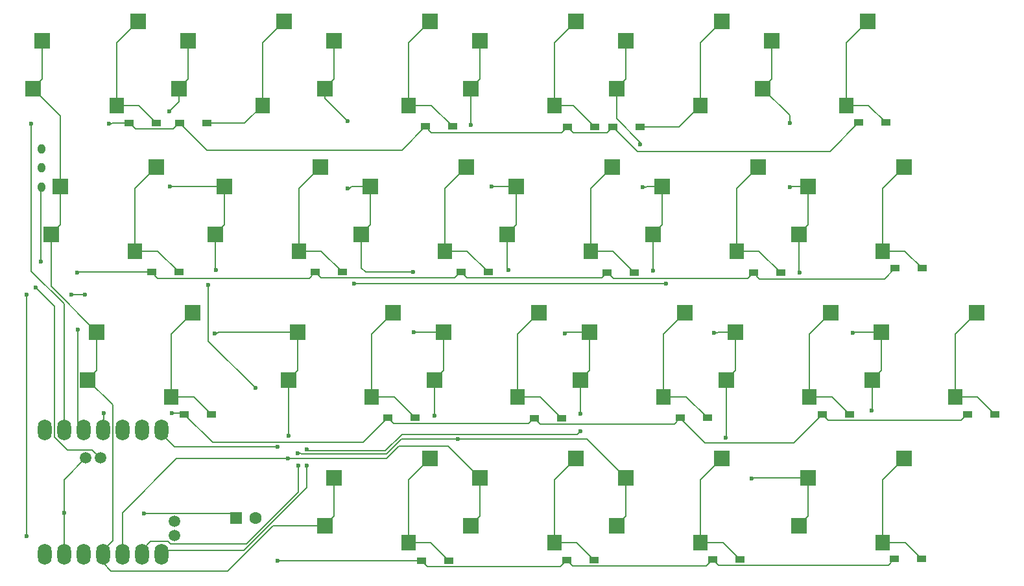
<source format=gbr>
%TF.GenerationSoftware,KiCad,Pcbnew,8.0.7*%
%TF.CreationDate,2025-01-20T20:00:10+09:00*%
%TF.ProjectId,cool937tb_L,636f6f6c-3933-4377-9462-5f4c2e6b6963,rev?*%
%TF.SameCoordinates,Original*%
%TF.FileFunction,Copper,L2,Bot*%
%TF.FilePolarity,Positive*%
%FSLAX46Y46*%
G04 Gerber Fmt 4.6, Leading zero omitted, Abs format (unit mm)*
G04 Created by KiCad (PCBNEW 8.0.7) date 2025-01-20 20:00:10*
%MOMM*%
%LPD*%
G01*
G04 APERTURE LIST*
%TA.AperFunction,SMDPad,CuDef*%
%ADD10R,2.000000X2.000000*%
%TD*%
%TA.AperFunction,SMDPad,CuDef*%
%ADD11R,1.900000X2.000000*%
%TD*%
%TA.AperFunction,SMDPad,CuDef*%
%ADD12R,1.300000X0.950000*%
%TD*%
%TA.AperFunction,ComponentPad*%
%ADD13O,1.000000X1.300000*%
%TD*%
%TA.AperFunction,ComponentPad*%
%ADD14R,1.600000X1.600000*%
%TD*%
%TA.AperFunction,ComponentPad*%
%ADD15C,1.600000*%
%TD*%
%TA.AperFunction,ComponentPad*%
%ADD16O,1.800000X2.750000*%
%TD*%
%TA.AperFunction,ComponentPad*%
%ADD17C,1.500000*%
%TD*%
%TA.AperFunction,ViaPad*%
%ADD18C,0.600000*%
%TD*%
%TA.AperFunction,Conductor*%
%ADD19C,0.200000*%
%TD*%
G04 APERTURE END LIST*
D10*
%TO.P,SW22,1,1*%
%TO.N,Col5*%
X101437500Y-41800000D03*
X102637500Y-35560000D03*
D11*
%TO.P,SW22,2,2*%
%TO.N,Net-(D22-A)*%
X112337500Y-44000000D03*
D10*
X115137500Y-33020000D03*
%TD*%
D12*
%TO.P,D1,1,K*%
%TO.N,Row0*%
X4475000Y-8220000D03*
%TO.P,D1,2,A*%
%TO.N,Net-(D1-A)*%
X8025000Y-8220000D03*
%TD*%
D10*
%TO.P,SW14,1,1*%
%TO.N,Col3*%
X53812500Y-22750000D03*
X55012500Y-16510000D03*
D11*
%TO.P,SW14,2,2*%
%TO.N,Net-(D14-A)*%
X64712500Y-24950000D03*
D10*
X67512500Y-13970000D03*
%TD*%
D12*
%TO.P,D19,1,K*%
%TO.N,Row2*%
X94975000Y-46330000D03*
%TO.P,D19,2,A*%
%TO.N,Net-(D19-A)*%
X98525000Y-46330000D03*
%TD*%
D13*
%TO.P,SW23,1,A*%
%TO.N,Net-(J1-Pin_2)*%
X-6990000Y-16600000D03*
%TO.P,SW23,2,B*%
%TO.N,Bat*%
X-6990000Y-14100000D03*
%TO.P,SW23,3,C*%
%TO.N,unconnected-(SW23-C-Pad3)*%
X-6990000Y-11600000D03*
%TD*%
D10*
%TO.P,SW18,1,1*%
%TO.N,Col4*%
X72862500Y-22750000D03*
X74062500Y-16510000D03*
D11*
%TO.P,SW18,2,2*%
%TO.N,Net-(D18-A)*%
X83762500Y-24950000D03*
D10*
X86562500Y-13970000D03*
%TD*%
%TO.P,SW12,1,1*%
%TO.N,Col2*%
X68100000Y-60850000D03*
X69300000Y-54610000D03*
D11*
%TO.P,SW12,2,2*%
%TO.N,Net-(D12-A)*%
X79000000Y-63050000D03*
D10*
X81800000Y-52070000D03*
%TD*%
D12*
%TO.P,D6,1,K*%
%TO.N,Row1*%
X28765000Y-27720000D03*
%TO.P,D6,2,A*%
%TO.N,Net-(D6-A)*%
X32315000Y-27720000D03*
%TD*%
%TO.P,D13,1,K*%
%TO.N,Row0*%
X61655000Y-8690000D03*
%TO.P,D13,2,A*%
%TO.N,Net-(D13-A)*%
X65205000Y-8690000D03*
%TD*%
D10*
%TO.P,SW19,1,1*%
%TO.N,Col4*%
X82387500Y-41800000D03*
X83587500Y-35560000D03*
D11*
%TO.P,SW19,2,2*%
%TO.N,Net-(D19-A)*%
X93287500Y-44000000D03*
D10*
X96087500Y-33020000D03*
%TD*%
%TO.P,SW1,1,1*%
%TO.N,Col0*%
X-8100000Y-3700000D03*
X-6900000Y2540000D03*
D11*
%TO.P,SW1,2,2*%
%TO.N,Net-(D1-A)*%
X2800000Y-5900000D03*
D10*
X5600000Y5080000D03*
%TD*%
D12*
%TO.P,D10,1,K*%
%TO.N,Row1*%
X47775000Y-27690000D03*
%TO.P,D10,2,A*%
%TO.N,Net-(D10-A)*%
X51325000Y-27690000D03*
%TD*%
D10*
%TO.P,SW13,1,1*%
%TO.N,Col3*%
X49050000Y-3700000D03*
X50250000Y2540000D03*
D11*
%TO.P,SW13,2,2*%
%TO.N,Net-(D13-A)*%
X59950000Y-5900000D03*
D10*
X62750000Y5080000D03*
%TD*%
D14*
%TO.P,J1,1,Pin_1*%
%TO.N,GND*%
X18450000Y-59900000D03*
D15*
%TO.P,J1,2,Pin_2*%
%TO.N,Net-(J1-Pin_2)*%
X20970000Y-59900000D03*
%TD*%
D12*
%TO.P,D22,1,K*%
%TO.N,Row2*%
X113935000Y-46280000D03*
%TO.P,D22,2,A*%
%TO.N,Net-(D22-A)*%
X117485000Y-46280000D03*
%TD*%
D10*
%TO.P,SW10,1,1*%
%TO.N,Col2*%
X34762500Y-22750000D03*
X35962500Y-16510000D03*
D11*
%TO.P,SW10,2,2*%
%TO.N,Net-(D10-A)*%
X45662500Y-24950000D03*
D10*
X48462500Y-13970000D03*
%TD*%
D12*
%TO.P,D20,1,K*%
%TO.N,Row3*%
X104380000Y-65230000D03*
%TO.P,D20,2,A*%
%TO.N,Net-(D20-A)*%
X107930000Y-65230000D03*
%TD*%
%TO.P,D14,1,K*%
%TO.N,Row1*%
X66885000Y-27760000D03*
%TO.P,D14,2,A*%
%TO.N,Net-(D14-A)*%
X70435000Y-27760000D03*
%TD*%
%TO.P,D11,1,K*%
%TO.N,Row2*%
X57325000Y-46790000D03*
%TO.P,D11,2,A*%
%TO.N,Net-(D11-A)*%
X60875000Y-46790000D03*
%TD*%
D10*
%TO.P,SW9,1,1*%
%TO.N,Col2*%
X30000000Y-3700000D03*
X31200000Y2540000D03*
D11*
%TO.P,SW9,2,2*%
%TO.N,Net-(D9-A)*%
X40900000Y-5900000D03*
D10*
X43700000Y5080000D03*
%TD*%
D12*
%TO.P,D8,1,K*%
%TO.N,Row3*%
X61605000Y-65360000D03*
%TO.P,D8,2,A*%
%TO.N,Net-(D8-A)*%
X65155000Y-65360000D03*
%TD*%
D10*
%TO.P,SW15,1,1*%
%TO.N,Col3*%
X63337500Y-41800000D03*
X64537500Y-35560000D03*
D11*
%TO.P,SW15,2,2*%
%TO.N,Net-(D15-A)*%
X74237500Y-44000000D03*
D10*
X77037500Y-33020000D03*
%TD*%
%TO.P,SW20,1,1*%
%TO.N,Col4*%
X91900000Y-60850000D03*
X93100000Y-54610000D03*
D11*
%TO.P,SW20,2,2*%
%TO.N,Net-(D20-A)*%
X102800000Y-63050000D03*
D10*
X105600000Y-52070000D03*
%TD*%
%TO.P,SW11,1,1*%
%TO.N,Col2*%
X44287500Y-41800000D03*
X45487500Y-35560000D03*
D11*
%TO.P,SW11,2,2*%
%TO.N,Net-(D11-A)*%
X55187500Y-44000000D03*
D10*
X57987500Y-33020000D03*
%TD*%
%TO.P,SW16,1,1*%
%TO.N,Col5*%
X87150000Y-3700000D03*
X88350000Y2540000D03*
D11*
%TO.P,SW16,2,2*%
%TO.N,Net-(D16-A)*%
X98050000Y-5900000D03*
D10*
X100850000Y5080000D03*
%TD*%
D12*
%TO.P,D15,1,K*%
%TO.N,Row2*%
X76405000Y-46770000D03*
%TO.P,D15,2,A*%
%TO.N,Net-(D15-A)*%
X79955000Y-46770000D03*
%TD*%
D10*
%TO.P,SW5,1,1*%
%TO.N,Col1*%
X10950000Y-3700000D03*
X12150000Y2540000D03*
D11*
%TO.P,SW5,2,2*%
%TO.N,Net-(D5-A)*%
X21850000Y-5900000D03*
D10*
X24650000Y5080000D03*
%TD*%
D12*
%TO.P,D3,1,K*%
%TO.N,Row2*%
X11645000Y-46300000D03*
%TO.P,D3,2,A*%
%TO.N,Net-(D3-A)*%
X15195000Y-46300000D03*
%TD*%
D10*
%TO.P,SW4,1,1*%
%TO.N,Col0*%
X30000000Y-60850000D03*
X31200000Y-54610000D03*
D11*
%TO.P,SW4,2,2*%
%TO.N,Net-(D4-A)*%
X40900000Y-63050000D03*
D10*
X43700000Y-52070000D03*
%TD*%
%TO.P,SW17,1,1*%
%TO.N,Col4*%
X68100000Y-3700000D03*
X69300000Y2540000D03*
D11*
%TO.P,SW17,2,2*%
%TO.N,Net-(D17-A)*%
X79000000Y-5900000D03*
D10*
X81800000Y5080000D03*
%TD*%
D12*
%TO.P,D12,1,K*%
%TO.N,Row3*%
X80635000Y-65260000D03*
%TO.P,D12,2,A*%
%TO.N,Net-(D12-A)*%
X84185000Y-65260000D03*
%TD*%
%TO.P,D5,1,K*%
%TO.N,Row0*%
X11025000Y-8210000D03*
%TO.P,D5,2,A*%
%TO.N,Net-(D5-A)*%
X14575000Y-8210000D03*
%TD*%
%TO.P,D18,1,K*%
%TO.N,Row1*%
X85975000Y-27810000D03*
%TO.P,D18,2,A*%
%TO.N,Net-(D18-A)*%
X89525000Y-27810000D03*
%TD*%
D10*
%TO.P,SW6,1,1*%
%TO.N,Col1*%
X15712500Y-22750000D03*
X16912500Y-16510000D03*
D11*
%TO.P,SW6,2,2*%
%TO.N,Net-(D6-A)*%
X26612500Y-24950000D03*
D10*
X29412500Y-13970000D03*
%TD*%
%TO.P,SW21,1,1*%
%TO.N,Col5*%
X91912500Y-22750000D03*
X93112500Y-16510000D03*
D11*
%TO.P,SW21,2,2*%
%TO.N,Net-(D21-A)*%
X102812500Y-24950000D03*
D10*
X105612500Y-13970000D03*
%TD*%
%TO.P,SW3,1,1*%
%TO.N,Col0*%
X-956250Y-41800000D03*
X243750Y-35560000D03*
D11*
%TO.P,SW3,2,2*%
%TO.N,Net-(D3-A)*%
X9943750Y-44000000D03*
D10*
X12743750Y-33020000D03*
%TD*%
D12*
%TO.P,D4,1,K*%
%TO.N,Row3*%
X42615000Y-65420000D03*
%TO.P,D4,2,A*%
%TO.N,Net-(D4-A)*%
X46165000Y-65420000D03*
%TD*%
D10*
%TO.P,SW2,1,1*%
%TO.N,Col0*%
X-5718750Y-22750000D03*
X-4518750Y-16510000D03*
D11*
%TO.P,SW2,2,2*%
%TO.N,Net-(D2-A)*%
X5181250Y-24950000D03*
D10*
X7981250Y-13970000D03*
%TD*%
D12*
%TO.P,D16,1,K*%
%TO.N,Row0*%
X99705000Y-8160000D03*
%TO.P,D16,2,A*%
%TO.N,Net-(D16-A)*%
X103255000Y-8160000D03*
%TD*%
%TO.P,D2,1,K*%
%TO.N,Row1*%
X7375000Y-27730000D03*
%TO.P,D2,2,A*%
%TO.N,Net-(D2-A)*%
X10925000Y-27730000D03*
%TD*%
%TO.P,D21,1,K*%
%TO.N,Row1*%
X104455000Y-27210000D03*
%TO.P,D21,2,A*%
%TO.N,Net-(D21-A)*%
X108005000Y-27210000D03*
%TD*%
D10*
%TO.P,SW8,1,1*%
%TO.N,Col1*%
X49050000Y-60850000D03*
X50250000Y-54610000D03*
D11*
%TO.P,SW8,2,2*%
%TO.N,Net-(D8-A)*%
X59950000Y-63050000D03*
D10*
X62750000Y-52070000D03*
%TD*%
D12*
%TO.P,D17,1,K*%
%TO.N,Row0*%
X67595000Y-8700000D03*
%TO.P,D17,2,A*%
%TO.N,Net-(D17-A)*%
X71145000Y-8700000D03*
%TD*%
%TO.P,D9,1,K*%
%TO.N,Row0*%
X43145000Y-8680000D03*
%TO.P,D9,2,A*%
%TO.N,Net-(D9-A)*%
X46695000Y-8680000D03*
%TD*%
D10*
%TO.P,SW7,1,1*%
%TO.N,Col1*%
X25237500Y-41800000D03*
X26437500Y-35560000D03*
D11*
%TO.P,SW7,2,2*%
%TO.N,Net-(D7-A)*%
X36137500Y-44000000D03*
D10*
X38937500Y-33020000D03*
%TD*%
D12*
%TO.P,D7,1,K*%
%TO.N,Row2*%
X38245000Y-46760000D03*
%TO.P,D7,2,A*%
%TO.N,Net-(D7-A)*%
X41795000Y-46760000D03*
%TD*%
D16*
%TO.P,U1,1,P0.02_A0_D0*%
%TO.N,RE_B*%
X-6600000Y-48350000D03*
%TO.P,U1,2,P0.03_A1_D1*%
%TO.N,Row0*%
X-4060000Y-48350000D03*
%TO.P,U1,3,P0.28_A2_D2*%
%TO.N,Row1*%
X-1520000Y-48350000D03*
%TO.P,U1,4,P0.29_A3_D3*%
%TO.N,Row2*%
X1020000Y-48350000D03*
%TO.P,U1,5,P0.04_A4_D4_SDA*%
%TO.N,unconnected-(U1-P0.04_A4_D4_SDA-Pad5)*%
X3560000Y-48350000D03*
%TO.P,U1,6,P0.05_A5_D5_SCL*%
%TO.N,RE_A1*%
X6100000Y-48350000D03*
%TO.P,U1,7,P1.11_D6_TX*%
%TO.N,Row3*%
X8640000Y-48350000D03*
%TO.P,U1,8,P1.12_D7_RX*%
%TO.N,Col3*%
X8640000Y-64590000D03*
%TO.P,U1,9,P1.13_D8_SCK*%
%TO.N,Col2*%
X6100000Y-64590000D03*
%TO.P,U1,10,P1.14_D9_MISO*%
%TO.N,Col1*%
X3560000Y-64590000D03*
%TO.P,U1,11,P1.15_D10_MOSI*%
%TO.N,Col0*%
X1020000Y-64590000D03*
%TO.P,U1,12,3V3*%
%TO.N,unconnected-(U1-3V3-Pad12)*%
X-1520000Y-64590000D03*
%TO.P,U1,13,GND*%
%TO.N,GND*%
X-4060000Y-64590000D03*
%TO.P,U1,14,5V*%
%TO.N,VCC*%
X-6600000Y-64590000D03*
D17*
%TO.P,U1,15,NFC1_0.09*%
%TO.N,Col5*%
X10332000Y-60305400D03*
%TO.P,U1,16,NFC2_0.10*%
%TO.N,Col4*%
X10332000Y-62185000D03*
%TO.P,U1,20,BATT+*%
%TO.N,Bat*%
X703000Y-52025000D03*
%TO.P,U1,21,BATT-*%
%TO.N,GND*%
X-1202000Y-52025000D03*
%TD*%
D18*
%TO.N,Col2*%
X41520000Y-27710000D03*
%TO.N,GND*%
X-4060000Y-59170000D03*
X6420000Y-59240000D03*
%TO.N,Bat*%
X-7770000Y-29690000D03*
%TO.N,Row0*%
X-8320000Y-8280000D03*
X1830000Y-8290000D03*
%TO.N,Row1*%
X-2300000Y-27740000D03*
X-2250000Y-35190000D03*
%TO.N,Row2*%
X1160000Y-46170000D03*
X10000000Y-46170000D03*
%TO.N,Row3*%
X23870000Y-65420000D03*
X23840000Y-50590000D03*
%TO.N,Col1*%
X9820000Y-16530000D03*
X25180000Y-52080000D03*
X25260000Y-49080000D03*
X9690000Y-6720000D03*
X15770000Y-27460000D03*
X15590000Y-35760000D03*
%TO.N,Col2*%
X44290000Y-46480000D03*
X33010000Y-7990000D03*
X26510000Y-52980000D03*
X26490000Y-51380000D03*
X47380000Y-49560000D03*
X32960000Y-16770000D03*
X41630000Y-35530000D03*
%TO.N,Col3*%
X51750000Y-16520000D03*
X53950000Y-27420000D03*
X63400000Y-48500000D03*
X63370000Y-46240000D03*
X61350000Y-35730000D03*
X49080000Y-8450000D03*
X27640000Y-50870000D03*
X27640000Y-52970000D03*
%TO.N,Col4*%
X72870000Y-27530000D03*
X74585000Y-29245000D03*
X82320000Y-49370000D03*
X-1290000Y-30640000D03*
X80800000Y-35640000D03*
X85720000Y-54670000D03*
X33810000Y-29230000D03*
X-8920000Y-30670000D03*
X-8900000Y-62200000D03*
X71190000Y-10980000D03*
X-3060000Y-30640000D03*
X71530000Y-16610000D03*
%TO.N,Col5*%
X98890000Y-35670000D03*
X90690000Y-8230000D03*
X90730000Y-16580000D03*
X101370000Y-45820000D03*
X92010000Y-27770000D03*
%TO.N,Net-(J1-Pin_2)*%
X14810000Y-29360000D03*
X20970000Y-42890000D03*
X-7090000Y-26350000D03*
%TD*%
D19*
%TO.N,Col2*%
X35320000Y-27710000D02*
X41520000Y-27710000D01*
X34762500Y-27152500D02*
X35320000Y-27710000D01*
X34762500Y-22750000D02*
X34762500Y-26450000D01*
X34762500Y-26450000D02*
X34762500Y-27152500D01*
%TO.N,GND*%
X-4060000Y-64090000D02*
X-4060000Y-59170000D01*
X17805400Y-59255400D02*
X6435400Y-59255400D01*
X6435400Y-59255400D02*
X6420000Y-59240000D01*
X18450000Y-59900000D02*
X17805400Y-59255400D01*
X-4060000Y-59170000D02*
X-4060000Y-54883000D01*
%TO.N,Col0*%
X1020000Y-64090000D02*
X1020000Y-65740000D01*
X17292692Y-66830000D02*
X23272692Y-60850000D01*
X1020000Y-65740000D02*
X2110000Y-66830000D01*
X2110000Y-66830000D02*
X17292692Y-66830000D01*
X23272692Y-60850000D02*
X30000000Y-60850000D01*
%TO.N,Bat*%
X-7770000Y-29690000D02*
X-5260000Y-32200000D01*
X-5260000Y-32200000D02*
X-5260000Y-49322056D01*
X-5260000Y-49322056D02*
X-3607056Y-50975000D01*
X-3607056Y-50975000D02*
X-347000Y-50975000D01*
X-347000Y-50975000D02*
X703000Y-52025000D01*
%TO.N,Net-(D1-A)*%
X5705000Y-5900000D02*
X2800000Y-5900000D01*
X5600000Y5080000D02*
X2800000Y2280000D01*
X8025000Y-8220000D02*
X5705000Y-5900000D01*
X2800000Y2280000D02*
X2800000Y-5900000D01*
%TO.N,Row0*%
X10240000Y-8995000D02*
X11025000Y-8210000D01*
X62430000Y-9465000D02*
X66830000Y-9465000D01*
X70805000Y-11910000D02*
X95955000Y-11910000D01*
X67595000Y-8700000D02*
X70805000Y-11910000D01*
X-4060000Y-31840000D02*
X-8320000Y-27580000D01*
X1830000Y-8290000D02*
X2190000Y-8290000D01*
X43145000Y-8680000D02*
X43140000Y-8680000D01*
X5250000Y-8995000D02*
X10240000Y-8995000D01*
X-8320000Y-27580000D02*
X-8320000Y-8280000D01*
X60890000Y-9455000D02*
X43920000Y-9455000D01*
X14575000Y-11760000D02*
X11025000Y-8210000D01*
X2190000Y-8290000D02*
X2260000Y-8220000D01*
X61655000Y-8690000D02*
X60890000Y-9455000D01*
X61655000Y-8690000D02*
X62430000Y-9465000D01*
X43140000Y-8680000D02*
X40060000Y-11760000D01*
X40060000Y-11760000D02*
X14575000Y-11760000D01*
X-4060000Y-48850000D02*
X-4060000Y-31840000D01*
X2260000Y-8220000D02*
X4475000Y-8220000D01*
X4475000Y-8220000D02*
X5250000Y-8995000D01*
X43920000Y-9455000D02*
X43145000Y-8680000D01*
X95955000Y-11910000D02*
X99705000Y-8160000D01*
X66830000Y-9465000D02*
X67595000Y-8700000D01*
%TO.N,Net-(D2-A)*%
X8145000Y-24950000D02*
X10925000Y-27730000D01*
X5181250Y-24950000D02*
X8145000Y-24950000D01*
X7981250Y-13970000D02*
X5181250Y-16770000D01*
X5181250Y-16770000D02*
X5181250Y-24950000D01*
%TO.N,Row1*%
X67660000Y-28535000D02*
X85250000Y-28535000D01*
X66180000Y-28465000D02*
X66885000Y-27760000D01*
X-2300000Y-27740000D02*
X-2290000Y-27730000D01*
X-2290000Y-27730000D02*
X7375000Y-27730000D01*
X-1520000Y-48850000D02*
X-2256250Y-48113750D01*
X86750000Y-28585000D02*
X85975000Y-27810000D01*
X66885000Y-27760000D02*
X67660000Y-28535000D01*
X103080000Y-28585000D02*
X86750000Y-28585000D01*
X28765000Y-27720000D02*
X29540000Y-28495000D01*
X46970000Y-28495000D02*
X47775000Y-27690000D01*
X-2256250Y-48453750D02*
X-1590000Y-49120000D01*
X47775000Y-27690000D02*
X48550000Y-28465000D01*
X104455000Y-27210000D02*
X103080000Y-28585000D01*
X27980000Y-28505000D02*
X28765000Y-27720000D01*
X-2256250Y-35196250D02*
X-2250000Y-35190000D01*
X8150000Y-28505000D02*
X27980000Y-28505000D01*
X48550000Y-28465000D02*
X66180000Y-28465000D01*
X85250000Y-28535000D02*
X85975000Y-27810000D01*
X29540000Y-28495000D02*
X46970000Y-28495000D01*
X7375000Y-27730000D02*
X8150000Y-28505000D01*
X-2256250Y-48113750D02*
X-2256250Y-35196250D01*
%TO.N,Net-(D3-A)*%
X12743750Y-33020000D02*
X9943750Y-35820000D01*
X9943750Y-35820000D02*
X9943750Y-44000000D01*
X9943750Y-44000000D02*
X12895000Y-44000000D01*
X12895000Y-44000000D02*
X15195000Y-46300000D01*
%TO.N,Row2*%
X76577500Y-46942500D02*
X76405000Y-46770000D01*
X91255000Y-50050000D02*
X79670000Y-50050000D01*
X76577500Y-46957500D02*
X76577500Y-46942500D01*
X15335000Y-49990000D02*
X11645000Y-46300000D01*
X113110000Y-47105000D02*
X95750000Y-47105000D01*
X113935000Y-46280000D02*
X113110000Y-47105000D01*
X94975000Y-46330000D02*
X91255000Y-50050000D01*
X79670000Y-50050000D02*
X76577500Y-46957500D01*
X95750000Y-47105000D02*
X94975000Y-46330000D01*
X11515000Y-46170000D02*
X11645000Y-46300000D01*
X39020000Y-47535000D02*
X38245000Y-46760000D01*
X1160000Y-48710000D02*
X1020000Y-48850000D01*
X57325000Y-46790000D02*
X56580000Y-47535000D01*
X1160000Y-48910000D02*
X950000Y-49120000D01*
X75610000Y-47565000D02*
X58100000Y-47565000D01*
X58100000Y-47565000D02*
X57325000Y-46790000D01*
X10000000Y-46170000D02*
X11515000Y-46170000D01*
X76405000Y-46770000D02*
X75610000Y-47565000D01*
X35015000Y-49990000D02*
X15335000Y-49990000D01*
X38245000Y-46760000D02*
X35015000Y-49990000D01*
X56580000Y-47535000D02*
X39020000Y-47535000D01*
X1160000Y-46170000D02*
X1160000Y-48710000D01*
%TO.N,Net-(D4-A)*%
X40900000Y-54870000D02*
X40900000Y-63050000D01*
X40900000Y-63050000D02*
X43795000Y-63050000D01*
X43700000Y-52070000D02*
X40900000Y-54870000D01*
X43795000Y-63050000D02*
X46165000Y-65420000D01*
%TO.N,Row3*%
X103575000Y-66035000D02*
X81410000Y-66035000D01*
X62380000Y-66135000D02*
X61605000Y-65360000D01*
X104380000Y-65230000D02*
X103575000Y-66035000D01*
X60770000Y-66195000D02*
X43390000Y-66195000D01*
X10380000Y-50590000D02*
X23840000Y-50590000D01*
X43390000Y-66195000D02*
X42615000Y-65420000D01*
X80635000Y-65260000D02*
X79760000Y-66135000D01*
X79760000Y-66135000D02*
X62380000Y-66135000D01*
X61605000Y-65360000D02*
X60770000Y-66195000D01*
X81410000Y-66035000D02*
X80635000Y-65260000D01*
X8640000Y-48850000D02*
X10380000Y-50590000D01*
X23870000Y-65420000D02*
X42615000Y-65420000D01*
%TO.N,Net-(D5-A)*%
X21850000Y-5900000D02*
X19540000Y-8210000D01*
X21850000Y2280000D02*
X21850000Y-5900000D01*
X24650000Y5080000D02*
X21850000Y2280000D01*
X19540000Y-8210000D02*
X14575000Y-8210000D01*
%TO.N,Net-(D6-A)*%
X26612500Y-16770000D02*
X26612500Y-24950000D01*
X29412500Y-13970000D02*
X26612500Y-16770000D01*
X29545000Y-24950000D02*
X32315000Y-27720000D01*
X26612500Y-24950000D02*
X29545000Y-24950000D01*
%TO.N,Net-(D7-A)*%
X38937500Y-33020000D02*
X36137500Y-35820000D01*
X36137500Y-44000000D02*
X39035000Y-44000000D01*
X39035000Y-44000000D02*
X41795000Y-46760000D01*
X36137500Y-35820000D02*
X36137500Y-44000000D01*
%TO.N,Net-(D8-A)*%
X62750000Y-52070000D02*
X59950000Y-54870000D01*
X59950000Y-63050000D02*
X62845000Y-63050000D01*
X59950000Y-54870000D02*
X59950000Y-63050000D01*
X62845000Y-63050000D02*
X65155000Y-65360000D01*
%TO.N,Net-(D9-A)*%
X40900000Y2280000D02*
X40900000Y-5900000D01*
X43700000Y5080000D02*
X40900000Y2280000D01*
X43915000Y-5900000D02*
X46695000Y-8680000D01*
X40900000Y-5900000D02*
X43915000Y-5900000D01*
%TO.N,Net-(D10-A)*%
X48462500Y-13970000D02*
X45662500Y-16770000D01*
X48585000Y-24950000D02*
X51325000Y-27690000D01*
X45662500Y-24950000D02*
X48585000Y-24950000D01*
X45662500Y-16770000D02*
X45662500Y-24950000D01*
%TO.N,Net-(D11-A)*%
X55187500Y-44000000D02*
X58085000Y-44000000D01*
X55187500Y-35820000D02*
X55187500Y-44000000D01*
X58085000Y-44000000D02*
X60875000Y-46790000D01*
X57987500Y-33020000D02*
X55187500Y-35820000D01*
%TO.N,Net-(D12-A)*%
X81800000Y-52070000D02*
X79000000Y-54870000D01*
X79000000Y-54870000D02*
X79000000Y-63050000D01*
X81975000Y-63050000D02*
X79000000Y-63050000D01*
X84185000Y-65260000D02*
X81975000Y-63050000D01*
%TO.N,Net-(D13-A)*%
X62750000Y5080000D02*
X59950000Y2280000D01*
X59950000Y-5900000D02*
X62415000Y-5900000D01*
X62415000Y-5900000D02*
X65205000Y-8690000D01*
X59950000Y2280000D02*
X59950000Y-5900000D01*
%TO.N,Net-(D14-A)*%
X67512500Y-13970000D02*
X64712500Y-16770000D01*
X67625000Y-24950000D02*
X70435000Y-27760000D01*
X64712500Y-24950000D02*
X67625000Y-24950000D01*
X64712500Y-16770000D02*
X64712500Y-24950000D01*
%TO.N,Net-(D15-A)*%
X74237500Y-44000000D02*
X77185000Y-44000000D01*
X77185000Y-44000000D02*
X79955000Y-46770000D01*
X77037500Y-33020000D02*
X74237500Y-35820000D01*
X74237500Y-35820000D02*
X74237500Y-44000000D01*
%TO.N,Net-(D16-A)*%
X98050000Y-5900000D02*
X100995000Y-5900000D01*
X98050000Y2280000D02*
X98050000Y-5900000D01*
X100850000Y5080000D02*
X98050000Y2280000D01*
X100995000Y-5900000D02*
X103255000Y-8160000D01*
%TO.N,Net-(D17-A)*%
X76200000Y-8700000D02*
X71145000Y-8700000D01*
X81800000Y5080000D02*
X79000000Y2280000D01*
X79000000Y2280000D02*
X79000000Y-5900000D01*
X79000000Y-5900000D02*
X76200000Y-8700000D01*
%TO.N,Net-(D18-A)*%
X83762500Y-16770000D02*
X83762500Y-24950000D01*
X86665000Y-24950000D02*
X89525000Y-27810000D01*
X83762500Y-24950000D02*
X86665000Y-24950000D01*
X86562500Y-13970000D02*
X83762500Y-16770000D01*
%TO.N,Net-(D19-A)*%
X96087500Y-33020000D02*
X93287500Y-35820000D01*
X93287500Y-44000000D02*
X96195000Y-44000000D01*
X93287500Y-35820000D02*
X93287500Y-44000000D01*
X96195000Y-44000000D02*
X98525000Y-46330000D01*
%TO.N,Net-(D20-A)*%
X105750000Y-63050000D02*
X107930000Y-65230000D01*
X102800000Y-54870000D02*
X102800000Y-63050000D01*
X105600000Y-52070000D02*
X102800000Y-54870000D01*
X102800000Y-63050000D02*
X105750000Y-63050000D01*
%TO.N,Net-(D21-A)*%
X102812500Y-24950000D02*
X105745000Y-24950000D01*
X105745000Y-24950000D02*
X108005000Y-27210000D01*
X105612500Y-13970000D02*
X102812500Y-16770000D01*
X102812500Y-16770000D02*
X102812500Y-24950000D01*
%TO.N,Col0*%
X-5718750Y-29597500D02*
X243750Y-35560000D01*
X31200000Y-59650000D02*
X30000000Y-60850000D01*
X1020000Y-64090000D02*
X2290000Y-62820000D01*
X950000Y-64360000D02*
X950000Y-64467056D01*
X-8100000Y-3700000D02*
X-4518750Y-7281250D01*
X31200000Y-54610000D02*
X31200000Y-59650000D01*
X243750Y-40600000D02*
X-956250Y-41800000D01*
X-6900000Y2540000D02*
X-6900000Y-2500000D01*
X-4518750Y-7281250D02*
X-4518750Y-16510000D01*
X-6900000Y-2500000D02*
X-8100000Y-3700000D01*
X950000Y-64360000D02*
X490907Y-64360000D01*
X2290000Y-62820000D02*
X2290000Y-45046250D01*
X243750Y-35560000D02*
X243750Y-40600000D01*
X-4518750Y-21550000D02*
X-5718750Y-22750000D01*
X-5718750Y-22750000D02*
X-5718750Y-29597500D01*
X-956250Y-41800000D02*
X2290000Y-45046250D01*
X-4518750Y-16510000D02*
X-4518750Y-21550000D01*
%TO.N,Col1*%
X10400000Y-16510000D02*
X16912500Y-16510000D01*
X15590000Y-35760000D02*
X15910000Y-35760000D01*
X16912500Y-16510000D02*
X16912500Y-21550000D01*
X15712500Y-27402500D02*
X15712500Y-22750000D01*
X25237500Y-49057500D02*
X25260000Y-49080000D01*
X3560000Y-59170000D02*
X10650000Y-52080000D01*
X50250000Y-54610000D02*
X50250000Y-59650000D01*
X46110000Y-50470000D02*
X50250000Y-54610000D01*
X10950000Y-5460000D02*
X9690000Y-6720000D01*
X10950000Y-3700000D02*
X10950000Y-5460000D01*
X38040000Y-52080000D02*
X39650000Y-50470000D01*
X16912500Y-21550000D02*
X15712500Y-22750000D01*
X9820000Y-16530000D02*
X10380000Y-16530000D01*
X26437500Y-40600000D02*
X25237500Y-41800000D01*
X3560000Y-64090000D02*
X3560000Y-59170000D01*
X12150000Y2540000D02*
X12150000Y-2500000D01*
X12150000Y-2500000D02*
X10950000Y-3700000D01*
X50250000Y-59650000D02*
X49050000Y-60850000D01*
X25180000Y-52080000D02*
X38040000Y-52080000D01*
X15910000Y-35760000D02*
X16110000Y-35560000D01*
X39650000Y-50470000D02*
X46110000Y-50470000D01*
X10380000Y-16530000D02*
X10400000Y-16510000D01*
X15770000Y-27460000D02*
X15712500Y-27402500D01*
X26437500Y-35560000D02*
X26437500Y-40600000D01*
X10650000Y-52080000D02*
X25180000Y-52080000D01*
X16110000Y-35560000D02*
X26437500Y-35560000D01*
X25237500Y-41800000D02*
X25237500Y-49057500D01*
%TO.N,Col2*%
X45487500Y-35560000D02*
X45487500Y-40600000D01*
X9565000Y-62915000D02*
X9885000Y-63235000D01*
X26830000Y-51380000D02*
X26930000Y-51480000D01*
X31200000Y-2500000D02*
X30000000Y-3700000D01*
X35962500Y-16510000D02*
X35962500Y-21550000D01*
X33230000Y-16770000D02*
X33490000Y-16510000D01*
X69300000Y-54610000D02*
X69300000Y-59650000D01*
X44287500Y-41800000D02*
X44287500Y-46477500D01*
X6100000Y-64090000D02*
X7275000Y-62915000D01*
X30000000Y-4980000D02*
X33010000Y-7990000D01*
X69300000Y-59650000D02*
X68100000Y-60850000D01*
X20341321Y-62650000D02*
X26510000Y-56481321D01*
X64250000Y-49560000D02*
X69300000Y-54610000D01*
X41660000Y-35560000D02*
X45487500Y-35560000D01*
X32960000Y-16770000D02*
X33230000Y-16770000D01*
X19756321Y-63235000D02*
X20341321Y-62650000D01*
X41630000Y-35530000D02*
X41660000Y-35560000D01*
X26490000Y-51380000D02*
X26830000Y-51380000D01*
X31200000Y2540000D02*
X31200000Y-2500000D01*
X33490000Y-16510000D02*
X35962500Y-16510000D01*
X26930000Y-51480000D02*
X38074314Y-51480000D01*
X26510000Y-56481321D02*
X26510000Y-52980000D01*
X47380000Y-49560000D02*
X39994314Y-49560000D01*
X35962500Y-21550000D02*
X34762500Y-22750000D01*
X39994314Y-49560000D02*
X38074314Y-51480000D01*
X9885000Y-63235000D02*
X19756321Y-63235000D01*
X47380000Y-49560000D02*
X64250000Y-49560000D01*
X30000000Y-3700000D02*
X30000000Y-4980000D01*
X45487500Y-40600000D02*
X44287500Y-41800000D01*
X7275000Y-62915000D02*
X9565000Y-62915000D01*
X44287500Y-46477500D02*
X44290000Y-46480000D01*
X6030000Y-64360000D02*
X6030000Y-64300000D01*
%TO.N,Col3*%
X8640000Y-64090000D02*
X19467006Y-64090000D01*
X53812500Y-27282500D02*
X53950000Y-27420000D01*
X64537500Y-35560000D02*
X64537500Y-40600000D01*
X40058628Y-48930000D02*
X62970000Y-48930000D01*
X49050000Y-3700000D02*
X49050000Y-8420000D01*
X27640000Y-55917006D02*
X27640000Y-52970000D01*
X62970000Y-48930000D02*
X63400000Y-48500000D01*
X35610000Y-51080000D02*
X37908628Y-51080000D01*
X27850000Y-51080000D02*
X27640000Y-50870000D01*
X52230000Y-16510000D02*
X55012500Y-16510000D01*
X55012500Y-21550000D02*
X53812500Y-22750000D01*
X63370000Y-45850000D02*
X63337500Y-45817500D01*
X51750000Y-16520000D02*
X52220000Y-16520000D01*
X61520000Y-35560000D02*
X64537500Y-35560000D01*
X61350000Y-35730000D02*
X61520000Y-35560000D01*
X64537500Y-40600000D02*
X63337500Y-41800000D01*
X50250000Y2540000D02*
X50250000Y-2500000D01*
X63337500Y-45817500D02*
X63337500Y-41800000D01*
X53812500Y-22750000D02*
X53812500Y-27282500D01*
X49050000Y-8420000D02*
X49080000Y-8450000D01*
X55012500Y-16510000D02*
X55012500Y-21550000D01*
X50250000Y-2500000D02*
X49050000Y-3700000D01*
X35610000Y-51080000D02*
X27850000Y-51080000D01*
X8570000Y-64360000D02*
X8570000Y-64250000D01*
X37908628Y-51080000D02*
X40058628Y-48930000D01*
X52220000Y-16520000D02*
X52230000Y-16510000D01*
X19467006Y-64090000D02*
X27640000Y-55917006D01*
X63370000Y-46240000D02*
X63370000Y-45850000D01*
%TO.N,Col4*%
X85720000Y-54670000D02*
X85780000Y-54610000D01*
X93100000Y-54610000D02*
X93100000Y-59650000D01*
X81200000Y-35640000D02*
X81280000Y-35560000D01*
X71530000Y-16610000D02*
X71940000Y-16610000D01*
X82387500Y-41800000D02*
X82387500Y-49302500D01*
X93100000Y-59650000D02*
X91900000Y-60850000D01*
X81280000Y-35560000D02*
X83587500Y-35560000D01*
X74062500Y-16510000D02*
X74062500Y-21550000D01*
X-8920000Y-30670000D02*
X-8920000Y-62180000D01*
X68100000Y-3700000D02*
X68100000Y-7640000D01*
X71190000Y-10730000D02*
X71190000Y-10980000D01*
X72862500Y-27522500D02*
X72870000Y-27530000D01*
X82387500Y-49302500D02*
X82320000Y-49370000D01*
X69300000Y-2500000D02*
X68100000Y-3700000D01*
X72862500Y-22750000D02*
X72862500Y-27522500D01*
X33810000Y-29230000D02*
X74570000Y-29230000D01*
X72040000Y-16510000D02*
X74062500Y-16510000D01*
X83587500Y-35560000D02*
X83587500Y-40600000D01*
X85780000Y-54610000D02*
X93100000Y-54610000D01*
X71940000Y-16610000D02*
X72040000Y-16510000D01*
X-3060000Y-30640000D02*
X-1290000Y-30640000D01*
X74062500Y-21550000D02*
X72862500Y-22750000D01*
X83587500Y-40600000D02*
X82387500Y-41800000D01*
X68100000Y-7640000D02*
X71190000Y-10730000D01*
X80800000Y-35640000D02*
X81200000Y-35640000D01*
X69300000Y2540000D02*
X69300000Y-2500000D01*
X74570000Y-29230000D02*
X74585000Y-29245000D01*
X-8920000Y-62180000D02*
X-8900000Y-62200000D01*
%TO.N,Col5*%
X90800000Y-16510000D02*
X93112500Y-16510000D01*
X91912500Y-27672500D02*
X92010000Y-27770000D01*
X99140000Y-35560000D02*
X102637500Y-35560000D01*
X88350000Y-2500000D02*
X87150000Y-3700000D01*
X93112500Y-16510000D02*
X93112500Y-21550000D01*
X99030000Y-35670000D02*
X99140000Y-35560000D01*
X101370000Y-45820000D02*
X101437500Y-45752500D01*
X88350000Y2540000D02*
X88350000Y-2500000D01*
X102637500Y-35560000D02*
X102637500Y-40600000D01*
X93112500Y-21550000D02*
X91912500Y-22750000D01*
X90730000Y-16580000D02*
X90800000Y-16510000D01*
X87150000Y-3700000D02*
X90690000Y-7240000D01*
X102637500Y-40600000D02*
X101437500Y-41800000D01*
X98890000Y-35670000D02*
X99030000Y-35670000D01*
X90690000Y-7240000D02*
X90690000Y-8230000D01*
X101437500Y-45752500D02*
X101437500Y-41800000D01*
X91912500Y-22750000D02*
X91912500Y-27672500D01*
%TO.N,Net-(D22-A)*%
X115137500Y-33020000D02*
X112337500Y-35820000D01*
X115205000Y-44000000D02*
X117485000Y-46280000D01*
X112337500Y-44000000D02*
X115205000Y-44000000D01*
X112337500Y-35820000D02*
X112337500Y-44000000D01*
%TO.N,GND*%
X-4060000Y-54883000D02*
X-1202000Y-52025000D01*
%TO.N,Net-(J1-Pin_2)*%
X-6990000Y-16600000D02*
X-7090000Y-16700000D01*
X-7090000Y-16700000D02*
X-7090000Y-26350000D01*
X14810000Y-36730000D02*
X20970000Y-42890000D01*
X14810000Y-29360000D02*
X14810000Y-36730000D01*
%TD*%
M02*

</source>
